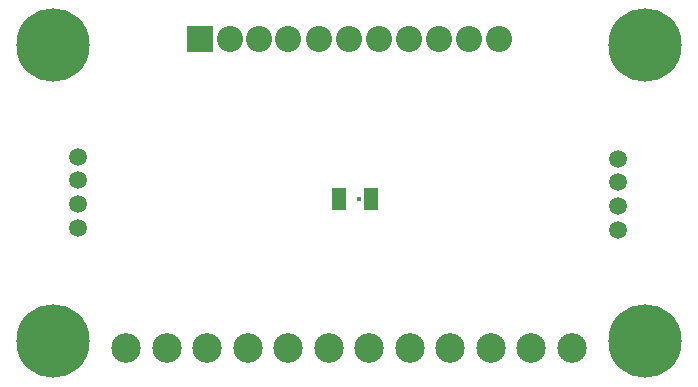
<source format=gts>
G04 Layer_Color=8388736*
%FSLAX25Y25*%
%MOIN*%
G70*
G01*
G75*
%ADD25R,0.05131X0.07493*%
%ADD26C,0.03162*%
%ADD27C,0.24422*%
%ADD28C,0.05918*%
%ADD29C,0.09855*%
%ADD30C,0.08674*%
%ADD31R,0.08674X0.08674*%
%ADD32C,0.01575*%
D25*
X114870Y67000D02*
D03*
X125500D02*
D03*
D26*
X12975Y13232D02*
D03*
X10490Y19750D02*
D03*
X13127Y26141D02*
D03*
X19671Y28830D02*
D03*
X26112Y26294D02*
D03*
X28824Y19651D02*
D03*
X26112Y13283D02*
D03*
X19673Y10551D02*
D03*
X210105Y13232D02*
D03*
X207620Y19750D02*
D03*
X210257Y26141D02*
D03*
X216800Y28830D02*
D03*
X223242Y26294D02*
D03*
X225954Y19651D02*
D03*
X223242Y13283D02*
D03*
X216803Y10551D02*
D03*
X210105Y111862D02*
D03*
X207620Y118380D02*
D03*
X210257Y124771D02*
D03*
X216800Y127460D02*
D03*
X223242Y124923D02*
D03*
X225954Y118281D02*
D03*
X223242Y111913D02*
D03*
X216803Y109180D02*
D03*
X19673D02*
D03*
X26112Y111913D02*
D03*
X28824Y118281D02*
D03*
X26112Y124923D02*
D03*
X19671Y127460D02*
D03*
X13127Y124771D02*
D03*
X10490Y118380D02*
D03*
X12975Y111862D02*
D03*
D27*
X19685Y19685D02*
D03*
X216815D02*
D03*
Y118315D02*
D03*
X19685D02*
D03*
D28*
X28009Y81113D02*
D03*
Y73239D02*
D03*
Y57491D02*
D03*
Y65365D02*
D03*
X207991Y56887D02*
D03*
Y64761D02*
D03*
Y80509D02*
D03*
Y72635D02*
D03*
D29*
X44000Y17500D02*
D03*
X57500D02*
D03*
X71000D02*
D03*
X84500D02*
D03*
X98000D02*
D03*
X111500D02*
D03*
X125000D02*
D03*
X138500D02*
D03*
X152000D02*
D03*
X165500D02*
D03*
X179000D02*
D03*
X192500D02*
D03*
D30*
X158205Y120472D02*
D03*
X148205D02*
D03*
X138205D02*
D03*
X128205D02*
D03*
X78520D02*
D03*
X88205D02*
D03*
X98048D02*
D03*
X108205D02*
D03*
X118205D02*
D03*
X168205D02*
D03*
D31*
X68520D02*
D03*
D32*
X121500Y67000D02*
D03*
M02*

</source>
